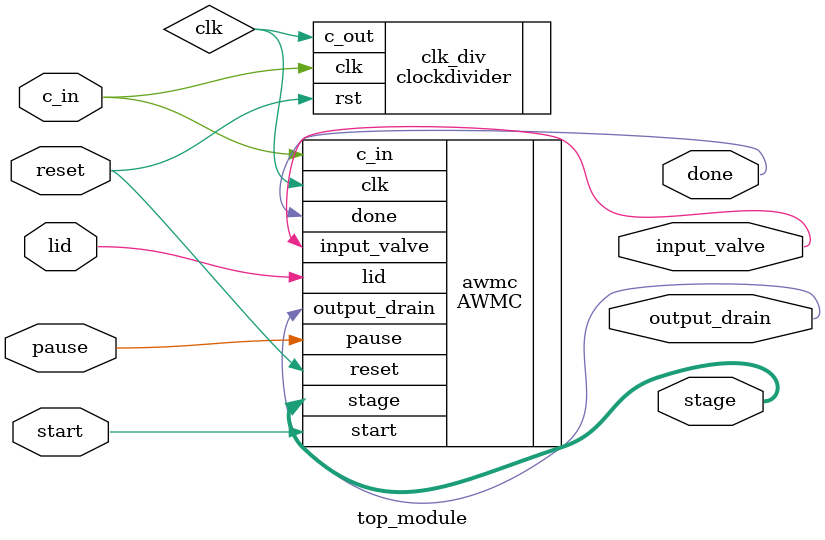
<source format=v>
`timescale 1ns / 1ps

module top_module(
            input c_in,  
                  reset,
                  start,
                  pause,
                  lid,
            output [2:0] stage,
            output done,
            output input_valve,
            output output_drain
    );
    
    wire clk;
    clockdivider clk_div(.c_out(clk),.clk(c_in),.rst(reset));
    AWMC awmc(.c_in(c_in),.clk(clk),.reset(reset),.start(start),.pause(pause),.lid(lid),.stage(stage),.done(done),.input_valve(input_valve),.output_drain(output_drain));
    
endmodule
</source>
